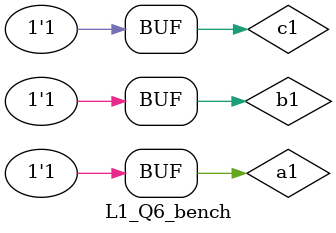
<source format=v>
module L1_Q6(input a,b,c, output y1,y2);
wire y3,y4;
L1_Q5a uut1(a,b,y3,y4);
L1_Q5a uut2(y3,c,y1,y5);
or(y2,y4,y5);
endmodule


//testbench
module L1_Q6_bench();
reg a1,b1,c1; 
wire ya,yb; 
L1_Q6 dut1 (.a(a1),.b(b1),.c(c1),.y1(ya),.y2(yb));
initial  
begin
	      a1=1'b0;b1=1'b0;c1=1'b0;  
#100    a1=1'b0;b1=1'b0;c1=1'b1;  
#100    a1=1'b0;b1=1'b1;c1=1'b0; 
#100    a1=1'b0;b1=1'b1;c1=1'b1;
#100    a1=1'b1;b1=1'b0;c1=1'b0;
#100    a1=1'b1;b1=1'b0;c1=1'b1;
#100    a1=1'b1;b1=1'b1;c1=1'b0;
#100    a1=1'b1;b1=1'b1;c1=1'b1;   
end
endmodule

</source>
